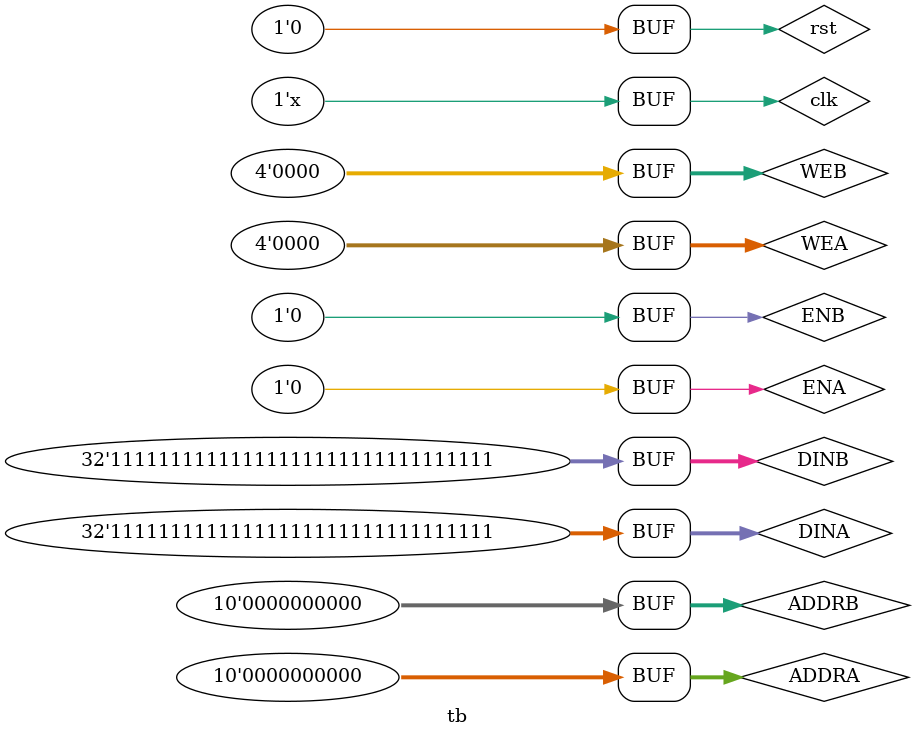
<source format=v>
module tb();
    reg clk;
    reg rst;
    //Inputs
    reg [9:0] ADDRA;
    reg [31:0] DINA;
    reg ENA;
    reg [3:0] WEA;
    reg [9:0] ADDRB;
    reg [31:0] DINB;
    reg ENB;
    reg [3:0] WEB;
    //outputs
    wire [31:0] DOA;
    wire [31:0] DOB;
    
    BRAM bram(
    /*PortA*/
    .addra(ADDRA),
    .clka(clk),
    .dina(DINA),
    .douta(DOA),
    .ena(ENA),
    .rsta(rst),
    .wea(WEA),
    /*PortB*/
    .addrb(ADDRB),
    .clkb(clk),
    .dinb(DINB),
    .doutb(DOB),
    .enb(ENB),
    .rstb(rst),
    .web(WEB)
    );
    
    initial begin
    //Initailize
    clk=1'b0; rst=1'b0; ENA=1'b0; ENB=1'b0; WEA=4'b0; WEB=4'b0;
    ADDRA=10'b0; ADDRB=10'b0; DINA=32'b0; DINB=32'b0;
    #10
    rst = 1'b1;
    #10
    
    //Test READ 
    rst = 1'b0;
    ADDRA=10'd0; ADDRB=10'd4;
    #100
    ADDRA=10'd28; ADDRB=10'd64;
    #100
    
    //Test WRITE
    ENA=1'b1; ENB=1'b1;
    ADDRA=10'd0; ADDRB=10'd0;
    DINA=32'hffffffff; DINB=32'hffffffff;
    #100
    ENA=1'b0; ENB=1'b0;
    
    end
    
     always #5 clk = ~clk ;
     
endmodule


</source>
